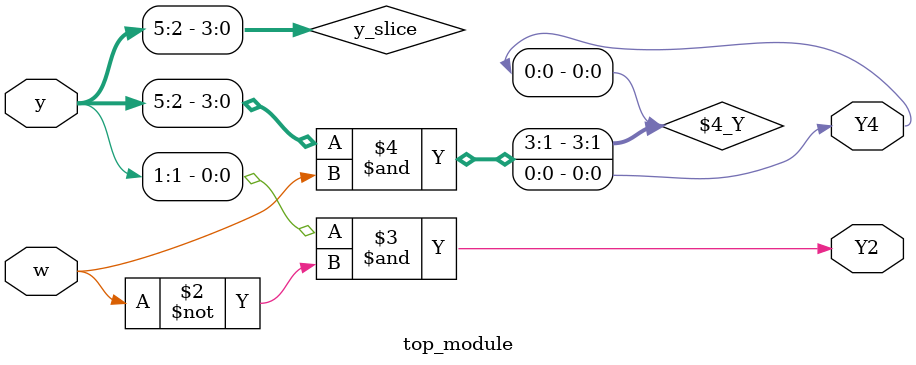
<source format=sv>
module top_module (
	input [6:1] y,
	input w,
	output reg Y2,
	output reg Y4
);

	reg [3:0] y_slice;

	always @ (*)
	begin
		Y2 = y[1] & ~w;
		y_slice = y[5:2];
		Y4 = y_slice & w;
	end

endmodule

</source>
